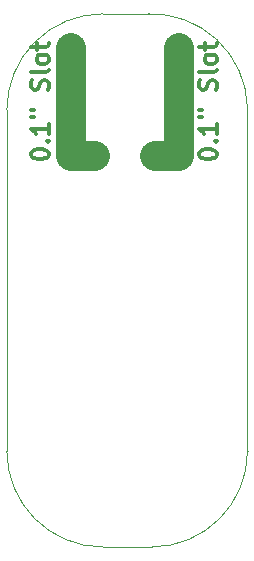
<source format=gbr>
G04 (created by PCBNEW (2013-07-07 BZR 4022)-stable) date 2/6/2015 4:46:30 PM*
%MOIN*%
G04 Gerber Fmt 3.4, Leading zero omitted, Abs format*
%FSLAX34Y34*%
G01*
G70*
G90*
G04 APERTURE LIST*
%ADD10C,0.00590551*%
%ADD11C,0.00393701*%
%ADD12C,0.011811*%
%ADD13C,0.1*%
G04 APERTURE END LIST*
G54D10*
G54D11*
X81649Y-49236D02*
X81641Y-49236D01*
X81649Y-37870D02*
X81649Y-49236D01*
X89665Y-49242D02*
X89675Y-49242D01*
X89665Y-37775D02*
X89665Y-49242D01*
X86338Y-34665D02*
X86427Y-34665D01*
X86358Y-34665D02*
X86358Y-34675D01*
X84842Y-34665D02*
X86358Y-34665D01*
X84842Y-52440D02*
X84842Y-52431D01*
X86486Y-52440D02*
X84842Y-52440D01*
G54D12*
X82448Y-39371D02*
X82448Y-39315D01*
X82476Y-39259D01*
X82504Y-39231D01*
X82560Y-39202D01*
X82673Y-39174D01*
X82814Y-39174D01*
X82926Y-39202D01*
X82982Y-39231D01*
X83010Y-39259D01*
X83039Y-39315D01*
X83039Y-39371D01*
X83010Y-39427D01*
X82982Y-39456D01*
X82926Y-39484D01*
X82814Y-39512D01*
X82673Y-39512D01*
X82560Y-39484D01*
X82504Y-39456D01*
X82476Y-39427D01*
X82448Y-39371D01*
X82982Y-38921D02*
X83010Y-38893D01*
X83039Y-38921D01*
X83010Y-38949D01*
X82982Y-38921D01*
X83039Y-38921D01*
X83039Y-38331D02*
X83039Y-38668D01*
X83039Y-38499D02*
X82448Y-38499D01*
X82532Y-38556D01*
X82589Y-38612D01*
X82617Y-38668D01*
X82448Y-38106D02*
X82560Y-38106D01*
X82448Y-37881D02*
X82560Y-37881D01*
X83010Y-37206D02*
X83039Y-37121D01*
X83039Y-36981D01*
X83010Y-36925D01*
X82982Y-36896D01*
X82926Y-36868D01*
X82870Y-36868D01*
X82814Y-36896D01*
X82785Y-36925D01*
X82757Y-36981D01*
X82729Y-37093D01*
X82701Y-37150D01*
X82673Y-37178D01*
X82617Y-37206D01*
X82560Y-37206D01*
X82504Y-37178D01*
X82476Y-37150D01*
X82448Y-37093D01*
X82448Y-36953D01*
X82476Y-36868D01*
X83039Y-36531D02*
X83010Y-36587D01*
X82954Y-36615D01*
X82448Y-36615D01*
X83039Y-36222D02*
X83010Y-36278D01*
X82982Y-36306D01*
X82926Y-36334D01*
X82757Y-36334D01*
X82701Y-36306D01*
X82673Y-36278D01*
X82645Y-36222D01*
X82645Y-36137D01*
X82673Y-36081D01*
X82701Y-36053D01*
X82757Y-36025D01*
X82926Y-36025D01*
X82982Y-36053D01*
X83010Y-36081D01*
X83039Y-36137D01*
X83039Y-36222D01*
X82645Y-35856D02*
X82645Y-35631D01*
X82448Y-35772D02*
X82954Y-35772D01*
X83010Y-35743D01*
X83039Y-35687D01*
X83039Y-35631D01*
X88048Y-39371D02*
X88048Y-39315D01*
X88076Y-39259D01*
X88104Y-39231D01*
X88160Y-39202D01*
X88273Y-39174D01*
X88414Y-39174D01*
X88526Y-39202D01*
X88582Y-39231D01*
X88610Y-39259D01*
X88639Y-39315D01*
X88639Y-39371D01*
X88610Y-39427D01*
X88582Y-39456D01*
X88526Y-39484D01*
X88414Y-39512D01*
X88273Y-39512D01*
X88160Y-39484D01*
X88104Y-39456D01*
X88076Y-39427D01*
X88048Y-39371D01*
X88582Y-38921D02*
X88610Y-38893D01*
X88639Y-38921D01*
X88610Y-38949D01*
X88582Y-38921D01*
X88639Y-38921D01*
X88639Y-38331D02*
X88639Y-38668D01*
X88639Y-38499D02*
X88048Y-38499D01*
X88132Y-38556D01*
X88189Y-38612D01*
X88217Y-38668D01*
X88048Y-38106D02*
X88160Y-38106D01*
X88048Y-37881D02*
X88160Y-37881D01*
X88610Y-37206D02*
X88639Y-37121D01*
X88639Y-36981D01*
X88610Y-36925D01*
X88582Y-36896D01*
X88526Y-36868D01*
X88470Y-36868D01*
X88414Y-36896D01*
X88385Y-36925D01*
X88357Y-36981D01*
X88329Y-37093D01*
X88301Y-37150D01*
X88273Y-37178D01*
X88217Y-37206D01*
X88160Y-37206D01*
X88104Y-37178D01*
X88076Y-37150D01*
X88048Y-37093D01*
X88048Y-36953D01*
X88076Y-36868D01*
X88639Y-36531D02*
X88610Y-36587D01*
X88554Y-36615D01*
X88048Y-36615D01*
X88639Y-36222D02*
X88610Y-36278D01*
X88582Y-36306D01*
X88526Y-36334D01*
X88357Y-36334D01*
X88301Y-36306D01*
X88273Y-36278D01*
X88245Y-36222D01*
X88245Y-36137D01*
X88273Y-36081D01*
X88301Y-36053D01*
X88357Y-36025D01*
X88526Y-36025D01*
X88582Y-36053D01*
X88610Y-36081D01*
X88639Y-36137D01*
X88639Y-36222D01*
X88245Y-35856D02*
X88245Y-35631D01*
X88048Y-35772D02*
X88554Y-35772D01*
X88610Y-35743D01*
X88639Y-35687D01*
X88639Y-35631D01*
G54D13*
X87400Y-39400D02*
X87400Y-35800D01*
X83800Y-39400D02*
X84600Y-39400D01*
X83800Y-35800D02*
X83800Y-39400D01*
X87400Y-39400D02*
X86600Y-39400D01*
G54D11*
X84847Y-34665D02*
G75*
G03X81647Y-37865I0J-3200D01*
G74*
G01*
X81646Y-49238D02*
G75*
G03X84846Y-52438I3200J0D01*
G74*
G01*
X86471Y-52438D02*
G75*
G03X89671Y-49238I0J3200D01*
G74*
G01*
X89666Y-37767D02*
G75*
G03X86365Y-34668I-3199J-100D01*
G74*
G01*
M02*

</source>
